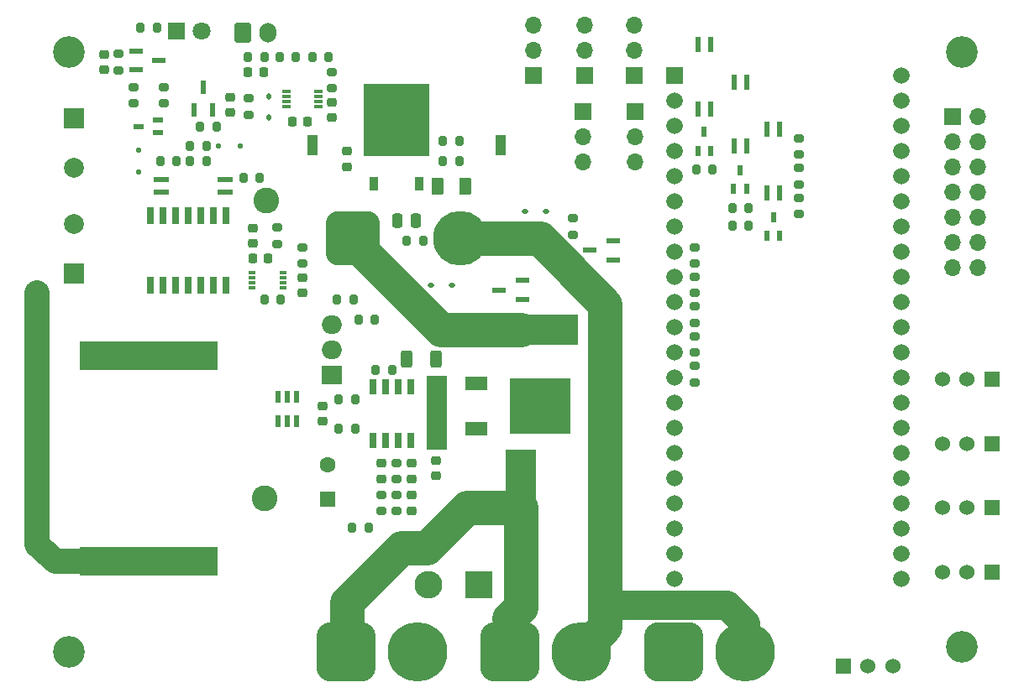
<source format=gbr>
%TF.GenerationSoftware,KiCad,Pcbnew,8.0.4*%
%TF.CreationDate,2024-08-13T21:05:31+09:00*%
%TF.ProjectId,chibarobo_board_2024,63686962-6172-46f6-926f-5f626f617264,rev?*%
%TF.SameCoordinates,Original*%
%TF.FileFunction,Soldermask,Bot*%
%TF.FilePolarity,Negative*%
%FSLAX46Y46*%
G04 Gerber Fmt 4.6, Leading zero omitted, Abs format (unit mm)*
G04 Created by KiCad (PCBNEW 8.0.4) date 2024-08-13 21:05:31*
%MOMM*%
%LPD*%
G01*
G04 APERTURE LIST*
G04 Aperture macros list*
%AMRoundRect*
0 Rectangle with rounded corners*
0 $1 Rounding radius*
0 $2 $3 $4 $5 $6 $7 $8 $9 X,Y pos of 4 corners*
0 Add a 4 corners polygon primitive as box body*
4,1,4,$2,$3,$4,$5,$6,$7,$8,$9,$2,$3,0*
0 Add four circle primitives for the rounded corners*
1,1,$1+$1,$2,$3*
1,1,$1+$1,$4,$5*
1,1,$1+$1,$6,$7*
1,1,$1+$1,$8,$9*
0 Add four rect primitives between the rounded corners*
20,1,$1+$1,$2,$3,$4,$5,0*
20,1,$1+$1,$4,$5,$6,$7,0*
20,1,$1+$1,$6,$7,$8,$9,0*
20,1,$1+$1,$8,$9,$2,$3,0*%
%AMFreePoly0*
4,1,5,1.500000,-5.750000,-1.500000,-5.750000,-1.500000,5.750000,1.500000,5.750000,1.500000,-5.750000,1.500000,-5.750000,$1*%
%AMFreePoly1*
4,1,5,1.000000,-3.750000,-1.000000,-3.750000,-1.000000,3.750000,1.000000,3.750000,1.000000,-3.750000,1.000000,-3.750000,$1*%
G04 Aperture macros list end*
%ADD10C,3.500000*%
%ADD11C,2.500000*%
%ADD12C,3.000000*%
%ADD13R,1.000000X2.000000*%
%ADD14RoundRect,1.375000X-1.375000X-1.375000X1.375000X-1.375000X1.375000X1.375000X-1.375000X1.375000X0*%
%ADD15C,5.500000*%
%ADD16R,1.524000X1.524000*%
%ADD17C,1.524000*%
%ADD18R,1.700000X1.700000*%
%ADD19O,1.700000X1.700000*%
%ADD20FreePoly0,180.000000*%
%ADD21FreePoly1,180.000000*%
%ADD22FreePoly0,270.000000*%
%ADD23RoundRect,0.250000X-0.600000X-0.750000X0.600000X-0.750000X0.600000X0.750000X-0.600000X0.750000X0*%
%ADD24O,1.700000X2.000000*%
%ADD25C,3.200000*%
%ADD26RoundRect,1.500000X-1.500000X-1.500000X1.500000X-1.500000X1.500000X1.500000X-1.500000X1.500000X0*%
%ADD27C,6.000000*%
%ADD28R,2.800000X2.800000*%
%ADD29O,2.800000X2.800000*%
%ADD30C,2.600000*%
%ADD31R,1.665000X1.665000*%
%ADD32C,1.665000*%
%ADD33R,2.000000X1.905000*%
%ADD34O,2.000000X1.905000*%
%ADD35R,1.800000X1.800000*%
%ADD36C,1.800000*%
%ADD37RoundRect,0.200000X-0.275000X0.200000X-0.275000X-0.200000X0.275000X-0.200000X0.275000X0.200000X0*%
%ADD38RoundRect,0.225000X0.250000X-0.225000X0.250000X0.225000X-0.250000X0.225000X-0.250000X-0.225000X0*%
%ADD39R,0.500000X1.000000*%
%ADD40RoundRect,0.225000X-0.250000X0.225000X-0.250000X-0.225000X0.250000X-0.225000X0.250000X0.225000X0*%
%ADD41RoundRect,0.200000X-0.200000X-0.275000X0.200000X-0.275000X0.200000X0.275000X-0.200000X0.275000X0*%
%ADD42R,0.850000X0.300000*%
%ADD43R,1.600000X1.600000*%
%ADD44C,1.600000*%
%ADD45R,2.286000X1.397000*%
%ADD46R,6.180000X5.690000*%
%ADD47R,2.000000X2.000000*%
%ADD48C,2.000000*%
%ADD49R,1.000000X0.500000*%
%ADD50RoundRect,0.137500X0.137500X-0.662500X0.137500X0.662500X-0.137500X0.662500X-0.137500X-0.662500X0*%
%ADD51RoundRect,0.200000X0.200000X0.275000X-0.200000X0.275000X-0.200000X-0.275000X0.200000X-0.275000X0*%
%ADD52R,0.700000X1.775000*%
%ADD53RoundRect,0.225000X-0.225000X-0.250000X0.225000X-0.250000X0.225000X0.250000X-0.225000X0.250000X0*%
%ADD54RoundRect,0.200000X0.275000X-0.200000X0.275000X0.200000X-0.275000X0.200000X-0.275000X-0.200000X0*%
%ADD55RoundRect,0.112500X0.187500X0.112500X-0.187500X0.112500X-0.187500X-0.112500X0.187500X-0.112500X0*%
%ADD56RoundRect,0.125000X0.125000X0.125000X-0.125000X0.125000X-0.125000X-0.125000X0.125000X-0.125000X0*%
%ADD57RoundRect,0.250000X0.250000X0.475000X-0.250000X0.475000X-0.250000X-0.475000X0.250000X-0.475000X0*%
%ADD58RoundRect,0.125000X0.125000X-0.125000X0.125000X0.125000X-0.125000X0.125000X-0.125000X-0.125000X0*%
%ADD59R,1.450000X0.600000*%
%ADD60RoundRect,0.225000X0.225000X0.250000X-0.225000X0.250000X-0.225000X-0.250000X0.225000X-0.250000X0*%
%ADD61RoundRect,0.250000X-0.375000X-0.625000X0.375000X-0.625000X0.375000X0.625000X-0.375000X0.625000X0*%
%ADD62RoundRect,0.250000X0.312500X0.625000X-0.312500X0.625000X-0.312500X-0.625000X0.312500X-0.625000X0*%
%ADD63R,0.600000X1.450000*%
%ADD64R,0.700000X1.525000*%
%ADD65R,0.800000X0.300000*%
%ADD66RoundRect,0.137500X-0.662500X-0.137500X0.662500X-0.137500X0.662500X0.137500X-0.662500X0.137500X0*%
%ADD67RoundRect,0.112500X0.112500X-0.187500X0.112500X0.187500X-0.112500X0.187500X-0.112500X-0.187500X0*%
%ADD68R,0.600000X1.200000*%
%ADD69R,0.939800X1.320800*%
%ADD70R,6.604000X7.315200*%
%ADD71R,14.000000X3.000000*%
G04 APERTURE END LIST*
D10*
X138500000Y-105000000D02*
X133000000Y-110500000D01*
D11*
X101730816Y-104643492D02*
X101729965Y-79302552D01*
D10*
X142500000Y-83000000D02*
X150500000Y-83000000D01*
X159000000Y-113000000D02*
X156500000Y-115500000D01*
X144498641Y-73780750D02*
X152000000Y-73780750D01*
X145055344Y-100927428D02*
X141499970Y-104499970D01*
X133500000Y-74000000D02*
X142500000Y-83000000D01*
D12*
X171267355Y-110740643D02*
X159072386Y-110740643D01*
X173098915Y-112625679D02*
X171267355Y-110740643D01*
D10*
X150500000Y-101000000D02*
X145055344Y-100927428D01*
D11*
X103571302Y-106401960D02*
X101730816Y-104643492D01*
D10*
X133000000Y-110500000D02*
X133000000Y-115500000D01*
X152473262Y-73780750D02*
X159000000Y-80500000D01*
D11*
X113000000Y-106379679D02*
X103571302Y-106401960D01*
D10*
X159000000Y-80500000D02*
X159000000Y-113000000D01*
X150500000Y-110500000D02*
X150500000Y-101000000D01*
X149362265Y-112143333D02*
X150500000Y-111000000D01*
X138500000Y-105000000D02*
X141000000Y-105000000D01*
D13*
%TO.C,J16*%
X129550000Y-64350000D03*
X148450000Y-64350000D03*
D14*
X133550000Y-73750000D03*
D15*
X144450000Y-73750000D03*
%TD*%
D16*
%TO.C,J10*%
X198000000Y-94500000D03*
D17*
X195500000Y-94500000D03*
X193000000Y-94500000D03*
%TD*%
D16*
%TO.C,J14*%
X183000000Y-117000000D03*
D17*
X185500000Y-117000000D03*
X188000000Y-117000000D03*
%TD*%
D18*
%TO.C,J1*%
X193997513Y-61494733D03*
D19*
X196537513Y-61494733D03*
X193997513Y-64034733D03*
X196537513Y-64034733D03*
X193997513Y-66574733D03*
X196537513Y-66574733D03*
X193997513Y-69114733D03*
X196537513Y-69114733D03*
X193997513Y-71654733D03*
X196537513Y-71654733D03*
X193997513Y-74194733D03*
X196537513Y-74194733D03*
X193997513Y-76734733D03*
X196537513Y-76734733D03*
%TD*%
D16*
%TO.C,J13*%
X198000000Y-107500000D03*
D17*
X195500000Y-107500000D03*
X193000000Y-107500000D03*
%TD*%
D20*
%TO.C,K1*%
X150500000Y-100900000D03*
D21*
X142050000Y-91400000D03*
X158950000Y-91400000D03*
D22*
X150500000Y-83000000D03*
%TD*%
D23*
%TO.C,J15*%
X122500000Y-53000000D03*
D24*
X125000000Y-53000000D03*
%TD*%
D18*
%TO.C,J2*%
X161948959Y-57363564D03*
D19*
X161948959Y-54823564D03*
X161948959Y-52283564D03*
%TD*%
D25*
%TO.C,H3*%
X105000000Y-115500000D03*
%TD*%
D18*
%TO.C,J4*%
X151768554Y-57385064D03*
D19*
X151768554Y-54845064D03*
X151768554Y-52305064D03*
%TD*%
D25*
%TO.C,H2*%
X195000000Y-55000000D03*
%TD*%
D26*
%TO.C,J9*%
X149400000Y-115500000D03*
D27*
X156600000Y-115500000D03*
%TD*%
D16*
%TO.C,J12*%
X198000000Y-101000000D03*
D17*
X195500000Y-101000000D03*
X193000000Y-101000000D03*
%TD*%
D28*
%TO.C,D8*%
X146319950Y-108748157D03*
D29*
X141239950Y-108748157D03*
%TD*%
D26*
%TO.C,J11*%
X132900000Y-115500000D03*
D27*
X140100000Y-115500000D03*
%TD*%
D18*
%TO.C,J6*%
X156776836Y-61000178D03*
D19*
X156776836Y-63540178D03*
X156776836Y-66080178D03*
%TD*%
D30*
%TO.C,HS1*%
X124687500Y-100000000D03*
X124887500Y-70000000D03*
%TD*%
D18*
%TO.C,J5*%
X162000000Y-61000000D03*
D19*
X162000000Y-63540000D03*
X162000000Y-66080000D03*
%TD*%
D31*
%TO.C,IC1*%
X166035000Y-57325000D03*
D32*
X166035000Y-59865000D03*
X166035000Y-62405000D03*
X166035000Y-64945000D03*
X166035000Y-67485000D03*
X166035000Y-70025000D03*
X166035000Y-72565000D03*
X166035000Y-75105000D03*
X166035000Y-77645000D03*
X166035000Y-80185000D03*
X166035000Y-82725000D03*
X166035000Y-85265000D03*
X166035000Y-87805000D03*
X166035000Y-90345000D03*
X166035000Y-92885000D03*
X166035000Y-95425000D03*
X166035000Y-97965000D03*
X166035000Y-100505000D03*
X166035000Y-103045000D03*
X166035000Y-105585000D03*
X166035000Y-108125000D03*
X188895000Y-57325000D03*
X188895000Y-59865000D03*
X188895000Y-62405000D03*
X188895000Y-64945000D03*
X188895000Y-67485000D03*
X188895000Y-70025000D03*
X188895000Y-72565000D03*
X188895000Y-75105000D03*
X188895000Y-77645000D03*
X188895000Y-80185000D03*
X188895000Y-82725000D03*
X188895000Y-85265000D03*
X188895000Y-87805000D03*
X188895000Y-90345000D03*
X188895000Y-92885000D03*
X188895000Y-95425000D03*
X188895000Y-97965000D03*
X188895000Y-100505000D03*
X188895000Y-103045000D03*
X188895000Y-105585000D03*
X188895000Y-108125000D03*
%TD*%
D16*
%TO.C,J8*%
X198000000Y-88000000D03*
D17*
X195500000Y-88000000D03*
X193000000Y-88000000D03*
%TD*%
D25*
%TO.C,H4*%
X195000000Y-115000000D03*
%TD*%
D33*
%TO.C,Q1*%
X131445000Y-87540000D03*
D34*
X131445000Y-85000000D03*
X131445000Y-82460000D03*
%TD*%
D26*
%TO.C,J7*%
X165900000Y-115500000D03*
D27*
X173100000Y-115500000D03*
%TD*%
D25*
%TO.C,H1*%
X105000000Y-55000000D03*
%TD*%
D18*
%TO.C,J3*%
X156911870Y-57369899D03*
D19*
X156911870Y-54829899D03*
X156911870Y-52289899D03*
%TD*%
D35*
%TO.C,D5*%
X115828498Y-52898960D03*
D36*
X118368498Y-52898960D03*
%TD*%
D37*
%TO.C,R7*%
X137989124Y-99681981D03*
X137989124Y-101331981D03*
%TD*%
D38*
%TO.C,C17*%
X121213802Y-61097364D03*
X121213802Y-59547364D03*
%TD*%
D39*
%TO.C,Q3*%
X169650000Y-64950000D03*
X168350000Y-64950000D03*
X169000000Y-63050000D03*
%TD*%
D40*
%TO.C,C9*%
X128500000Y-77725000D03*
X128500000Y-79275000D03*
%TD*%
%TO.C,C14*%
X131491802Y-60035542D03*
X131491802Y-61585542D03*
%TD*%
D41*
%TO.C,R52*%
X114175000Y-66000000D03*
X115825000Y-66000000D03*
%TD*%
D42*
%TO.C,IC5*%
X130075000Y-59000000D03*
X130075000Y-59500000D03*
X130075000Y-60000000D03*
X130075000Y-60500000D03*
X126925000Y-60500000D03*
X126925000Y-60000000D03*
X126925000Y-59500000D03*
X126925000Y-59000000D03*
%TD*%
D43*
%TO.C,C8*%
X131000000Y-100152651D03*
D44*
X131000000Y-96652651D03*
%TD*%
D45*
%TO.C,Q2*%
X146000000Y-93000000D03*
D46*
X152436000Y-90714000D03*
D45*
X146000000Y-88428000D03*
%TD*%
D47*
%TO.C,C5*%
X105500000Y-77367677D03*
D48*
X105500000Y-72367677D03*
%TD*%
D49*
%TO.C,Q8*%
X113900000Y-61850000D03*
X113900000Y-63150000D03*
X112000000Y-62500000D03*
%TD*%
D37*
%TO.C,R61*%
X155787095Y-71776873D03*
X155787095Y-73426873D03*
%TD*%
D40*
%TO.C,C2*%
X139484104Y-96491895D03*
X139484104Y-98041895D03*
%TD*%
D37*
%TO.C,R19*%
X178500000Y-69675000D03*
X178500000Y-71325000D03*
%TD*%
D50*
%TO.C,U1*%
X169635000Y-60750000D03*
X168365000Y-60750000D03*
X168365000Y-54250000D03*
X169635000Y-54250000D03*
%TD*%
D51*
%TO.C,R3*%
X133825000Y-93000000D03*
X132175000Y-93000000D03*
%TD*%
D38*
%TO.C,C1*%
X136500000Y-98050000D03*
X136500000Y-96500000D03*
%TD*%
D51*
%TO.C,R48*%
X113825000Y-52500000D03*
X112175000Y-52500000D03*
%TD*%
D40*
%TO.C,C6*%
X142000000Y-96225000D03*
X142000000Y-97775000D03*
%TD*%
D37*
%TO.C,R6*%
X138004623Y-96446313D03*
X138004623Y-98096313D03*
%TD*%
D41*
%TO.C,R1*%
X133500000Y-103000000D03*
X135150000Y-103000000D03*
%TD*%
D52*
%TO.C,IC3*%
X120810000Y-78538000D03*
X119540000Y-78538000D03*
X118270000Y-78538000D03*
X117000000Y-78538000D03*
X115730000Y-78538000D03*
X114460000Y-78538000D03*
X113190000Y-78538000D03*
X113190000Y-71462000D03*
X114460000Y-71462000D03*
X115730000Y-71462000D03*
X117000000Y-71462000D03*
X118270000Y-71462000D03*
X119540000Y-71462000D03*
X120810000Y-71462000D03*
%TD*%
D53*
%TO.C,C18*%
X127450000Y-62000000D03*
X129000000Y-62000000D03*
%TD*%
D54*
%TO.C,R42*%
X123075000Y-61325000D03*
X123075000Y-59675000D03*
%TD*%
D37*
%TO.C,R37*%
X128500000Y-74675000D03*
X128500000Y-76325000D03*
%TD*%
D39*
%TO.C,Q5*%
X176618196Y-73548876D03*
X175318196Y-73548876D03*
X175968196Y-71648876D03*
%TD*%
D41*
%TO.C,R59*%
X142675000Y-64000000D03*
X144325000Y-64000000D03*
%TD*%
%TO.C,R49*%
X118175000Y-62557176D03*
X119825000Y-62557176D03*
%TD*%
%TO.C,R18*%
X171850000Y-72500000D03*
X173500000Y-72500000D03*
%TD*%
D38*
%TO.C,C7*%
X130500000Y-92275000D03*
X130500000Y-90725000D03*
%TD*%
D41*
%TO.C,R57*%
X139042214Y-74029487D03*
X140692214Y-74029487D03*
%TD*%
D55*
%TO.C,D9*%
X153054674Y-71055664D03*
X150954674Y-71055664D03*
%TD*%
D38*
%TO.C,C15*%
X108500000Y-56775000D03*
X108500000Y-55225000D03*
%TD*%
D41*
%TO.C,R50*%
X117175000Y-66000000D03*
X118825000Y-66000000D03*
%TD*%
D40*
%TO.C,C10*%
X133000000Y-65000000D03*
X133000000Y-66550000D03*
%TD*%
D56*
%TO.C,D7*%
X122206320Y-64500000D03*
X120006320Y-64500000D03*
%TD*%
D40*
%TO.C,C13*%
X123500000Y-72725000D03*
X123500000Y-74275000D03*
%TD*%
D47*
%TO.C,C4*%
X105500000Y-61632323D03*
D48*
X105500000Y-66632323D03*
%TD*%
D41*
%TO.C,R12*%
X168180651Y-66829614D03*
X169830651Y-66829614D03*
%TD*%
D39*
%TO.C,Q4*%
X173270991Y-68789091D03*
X171970991Y-68789091D03*
X172620991Y-66889091D03*
%TD*%
D54*
%TO.C,R13*%
X178500000Y-65325000D03*
X178500000Y-63675000D03*
%TD*%
D57*
%TO.C,C12*%
X139950000Y-72000000D03*
X138050000Y-72000000D03*
%TD*%
D54*
%TO.C,R2*%
X136500000Y-101325000D03*
X136500000Y-99675000D03*
%TD*%
D58*
%TO.C,D6*%
X112000000Y-67100000D03*
X112000000Y-64900000D03*
%TD*%
D41*
%TO.C,R40*%
X129500000Y-55500000D03*
X131150000Y-55500000D03*
%TD*%
D59*
%TO.C,Q13*%
X159800000Y-74050000D03*
X159800000Y-75950000D03*
X157500000Y-75000000D03*
%TD*%
D41*
%TO.C,R60*%
X142675000Y-66000000D03*
X144325000Y-66000000D03*
%TD*%
D37*
%TO.C,R29*%
X168000000Y-77675000D03*
X168000000Y-79325000D03*
%TD*%
D54*
%TO.C,R47*%
X114500000Y-60150000D03*
X114500000Y-58500000D03*
%TD*%
D60*
%TO.C,C11*%
X125032379Y-75790854D03*
X123482379Y-75790854D03*
%TD*%
D37*
%TO.C,R44*%
X110000000Y-55175000D03*
X110000000Y-56825000D03*
%TD*%
%TO.C,R31*%
X168000000Y-80675000D03*
X168000000Y-82325000D03*
%TD*%
D50*
%TO.C,U3*%
X176635000Y-69250000D03*
X175365000Y-69250000D03*
X175365000Y-62750000D03*
X176635000Y-62750000D03*
%TD*%
D53*
%TO.C,C16*%
X123035342Y-57008178D03*
X124585342Y-57008178D03*
%TD*%
D59*
%TO.C,Q11*%
X150650000Y-78050000D03*
X150650000Y-79950000D03*
X148350000Y-79000000D03*
%TD*%
D37*
%TO.C,R33*%
X168000000Y-83675000D03*
X168000000Y-85325000D03*
%TD*%
%TO.C,R27*%
X168000000Y-74675000D03*
X168000000Y-76325000D03*
%TD*%
D61*
%TO.C,F1*%
X142100000Y-68500000D03*
X144900000Y-68500000D03*
%TD*%
D41*
%TO.C,R15*%
X171830768Y-70735149D03*
X173480768Y-70735149D03*
%TD*%
D37*
%TO.C,R35*%
X168000000Y-86675000D03*
X168000000Y-88325000D03*
%TD*%
D62*
%TO.C,R58*%
X141962500Y-86000000D03*
X139037500Y-86000000D03*
%TD*%
D37*
%TO.C,R41*%
X131500000Y-57000000D03*
X131500000Y-58650000D03*
%TD*%
D41*
%TO.C,R55*%
X134175000Y-82000000D03*
X135825000Y-82000000D03*
%TD*%
D51*
%TO.C,R9*%
X133825000Y-90000000D03*
X132175000Y-90000000D03*
%TD*%
D37*
%TO.C,R54*%
X126000000Y-72686152D03*
X126000000Y-74336152D03*
%TD*%
D63*
%TO.C,Q10*%
X119450000Y-60800000D03*
X117550000Y-60800000D03*
X118500000Y-58500000D03*
%TD*%
D51*
%TO.C,R45*%
X127825000Y-55500000D03*
X126175000Y-55500000D03*
%TD*%
D54*
%TO.C,R16*%
X178500000Y-68325000D03*
X178500000Y-66675000D03*
%TD*%
D55*
%TO.C,D10*%
X143550000Y-78500000D03*
X141450000Y-78500000D03*
%TD*%
D64*
%TO.C,IC2*%
X139405000Y-94212000D03*
X138135000Y-94212000D03*
X136865000Y-94212000D03*
X135595000Y-94212000D03*
X135595000Y-88788000D03*
X136865000Y-88788000D03*
X138135000Y-88788000D03*
X139405000Y-88788000D03*
%TD*%
D41*
%TO.C,R39*%
X124675000Y-80000000D03*
X126325000Y-80000000D03*
%TD*%
D65*
%TO.C,U6*%
X126550000Y-77250000D03*
X126550000Y-77750000D03*
X126550000Y-78250000D03*
X126550000Y-78750000D03*
X123450000Y-78750000D03*
X123450000Y-78250000D03*
X123450000Y-77750000D03*
X123450000Y-77250000D03*
%TD*%
D66*
%TO.C,U7*%
X114250000Y-69135000D03*
X114250000Y-67865000D03*
X120750000Y-67865000D03*
X120750000Y-69135000D03*
%TD*%
D67*
%TO.C,D4*%
X125075000Y-61550000D03*
X125075000Y-59450000D03*
%TD*%
D51*
%TO.C,R46*%
X124650000Y-55500000D03*
X123000000Y-55500000D03*
%TD*%
D38*
%TO.C,C3*%
X139492501Y-101270049D03*
X139492501Y-99720049D03*
%TD*%
D50*
%TO.C,U2*%
X173270000Y-64500000D03*
X172000000Y-64500000D03*
X172000000Y-58000000D03*
X173270000Y-58000000D03*
%TD*%
D37*
%TO.C,R43*%
X111500000Y-58500000D03*
X111500000Y-60150000D03*
%TD*%
D68*
%TO.C,U8*%
X126050000Y-89750000D03*
X127000000Y-89750000D03*
X127950000Y-89750000D03*
X127950000Y-92250000D03*
X127000000Y-92250000D03*
X126050000Y-92250000D03*
%TD*%
D51*
%TO.C,R56*%
X133650000Y-80000000D03*
X132000000Y-80000000D03*
%TD*%
%TO.C,R8*%
X137551657Y-87032933D03*
X135901657Y-87032933D03*
%TD*%
D69*
%TO.C,IC4*%
X140260600Y-68299200D03*
D70*
X138000000Y-61847600D03*
D69*
X135739400Y-68299200D03*
%TD*%
D71*
%TO.C,L1*%
X113000000Y-85600000D03*
X113000000Y-106400000D03*
%TD*%
D41*
%TO.C,R53*%
X122538694Y-67672970D03*
X124188694Y-67672970D03*
%TD*%
D59*
%TO.C,Q9*%
X111750000Y-56800000D03*
X111750000Y-54900000D03*
X114050000Y-55850000D03*
%TD*%
D51*
%TO.C,R51*%
X118825904Y-64495647D03*
X117175904Y-64495647D03*
%TD*%
M02*

</source>
